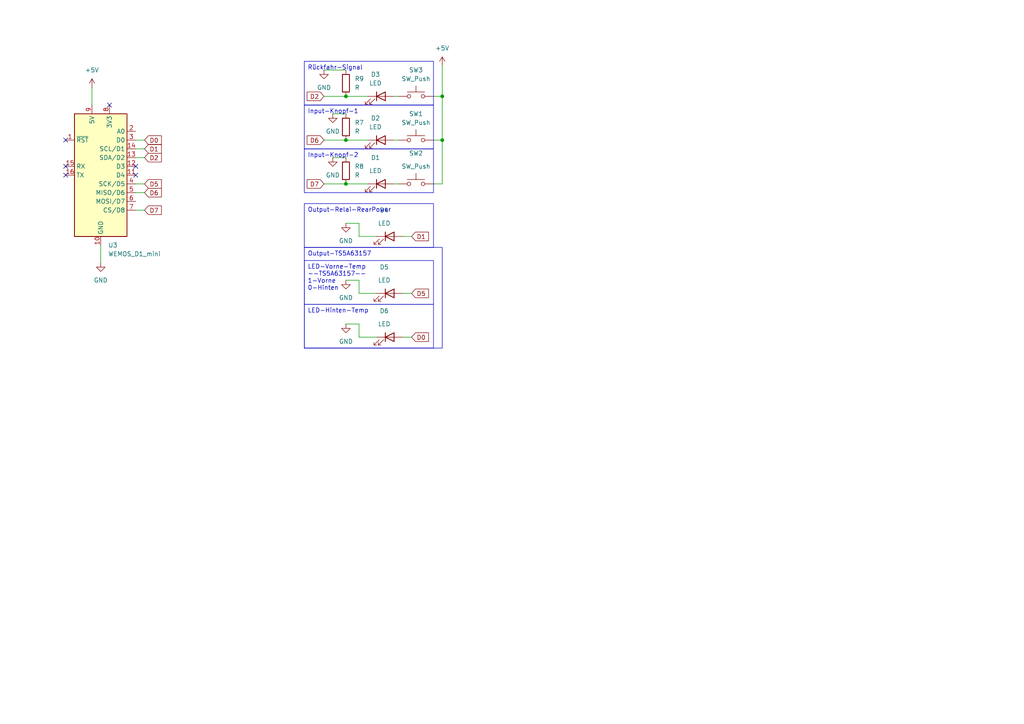
<source format=kicad_sch>
(kicad_sch (version 20250114) (generator "eeschema") (generator_version "9.0")
  (paper "A4")
  (lib_symbols
    (symbol "Device:LED" (pin_numbers (hide yes)) (pin_names (offset 1.016) (hide yes))
      (property "Reference" "D" (at 0 2.54 0))
      (property "Value" "LED" (at 0 -2.54 0))
      (symbol "LED_0_1"
        (polyline (pts (xy -3.048 -0.762) (xy -4.572 -2.286) (xy -3.81 -2.286) (xy -4.572 -2.286) (xy -4.572 -1.524)))
        (polyline (pts (xy -1.778 -0.762) (xy -3.302 -2.286) (xy -2.54 -2.286) (xy -3.302 -2.286) (xy -3.302 -1.524)))
        (polyline (pts (xy -1.27 0) (xy 1.27 0)))
        (polyline (pts (xy -1.27 -1.27) (xy -1.27 1.27)) (stroke (width 0.254)))
        (polyline (pts (xy 1.27 -1.27) (xy 1.27 1.27) (xy -1.27 0) (xy 1.27 -1.27)) (stroke (width 0.254)))
      )
      (symbol "LED_1_1"
        (pin passive line (at -3.81 0 0) (length 2.54) (name "K") (number "1"))
        (pin passive line (at 3.81 0 180) (length 2.54) (name "A") (number "2"))
      )
    )
    (symbol "Device:R" (pin_numbers (hide yes)) (pin_names (offset 0))
      (property "Reference" "R" (at 2.032 0 90))
      (property "Value" "R" (at 0 0 90))
      (symbol "R_0_1"
        (rectangle (start -1.016 -2.54) (end 1.016 2.54) (stroke (width 0.254)))
      )
      (symbol "R_1_1"
        (pin passive line (at 0 3.81 270) (length 1.27) (name "~") (number "1"))
        (pin passive line (at 0 -3.81 90) (length 1.27) (name "~") (number "2"))
      )
    )
    (symbol "RF_Module:WEMOS_D1_mini"
      (property "Reference" "U" (at 3.81 19.05 0))
      (property "Value" "WEMOS_D1_mini" (at 1.27 -19.05 0))
      (symbol "WEMOS_D1_mini_1_1"
        (rectangle (start -7.62 17.78) (end 7.62 -17.78) (stroke (width 0.254)) (fill (type background)))
        (pin input line (at -10.16 10.16 0) (length 2.54) (name "~{RST}") (number "1"))
        (pin input line (at -10.16 2.54 0) (length 2.54) (name "RX") (number "15"))
        (pin output line (at -10.16 0 0) (length 2.54) (name "TX") (number "16"))
        (pin power_in line (at -2.54 20.32 270) (length 2.54) (name "5V") (number "9"))
        (pin power_in line (at 0 -20.32 90) (length 2.54) (name "GND") (number "10"))
        (pin power_out line (at 2.54 20.32 270) (length 2.54) (name "3V3") (number "8"))
        (pin input line (at 10.16 12.7 180) (length 2.54) (name "A0") (number "2"))
        (pin bidirectional line (at 10.16 10.16 180) (length 2.54) (name "D0") (number "3"))
        (pin bidirectional line (at 10.16 7.62 180) (length 2.54) (name "SCL/D1") (number "14"))
        (pin bidirectional line (at 10.16 5.08 180) (length 2.54) (name "SDA/D2") (number "13"))
        (pin bidirectional line (at 10.16 2.54 180) (length 2.54) (name "D3") (number "12"))
        (pin bidirectional line (at 10.16 0 180) (length 2.54) (name "D4") (number "11"))
        (pin bidirectional line (at 10.16 -2.54 180) (length 2.54) (name "SCK/D5") (number "4"))
        (pin bidirectional line (at 10.16 -5.08 180) (length 2.54) (name "MISO/D6") (number "5"))
        (pin bidirectional line (at 10.16 -7.62 180) (length 2.54) (name "MOSI/D7") (number "6"))
        (pin bidirectional line (at 10.16 -10.16 180) (length 2.54) (name "CS/D8") (number "7"))
      )
    )
    (symbol "Switch:SW_Push" (pin_numbers (hide yes)) (pin_names (offset 1.016) (hide yes))
      (property "Reference" "SW" (at 1.27 2.54 0))
      (property "Value" "SW_Push" (at 0 -1.524 0))
      (symbol "SW_Push_0_1"
        (circle (center -2.032 0) (radius 0.508))
        (polyline (pts (xy 0 1.27) (xy 0 3.048)))
        (circle (center 2.032 0) (radius 0.508))
        (polyline (pts (xy 2.54 1.27) (xy -2.54 1.27)))
        (pin passive line (at -5.08 0 0) (length 2.54) (name "1") (number "1"))
        (pin passive line (at 5.08 0 180) (length 2.54) (name "2") (number "2"))
      )
    )
    (symbol "power:+5V" (power) (pin_numbers (hide yes)) (pin_names (offset 0) (hide yes))
      (property "Value" "+5V" (at 0 3.556 0))
      (symbol "+5V_0_1"
        (polyline (pts (xy -0.762 1.27) (xy 0 2.54)))
        (polyline (pts (xy 0 2.54) (xy 0.762 1.27)))
        (polyline (pts (xy 0 0) (xy 0 2.54)))
      )
      (symbol "+5V_1_1"
        (pin power_in line (at 0 0 90) (length 0) (name "~") (number "1"))
      )
    )
    (symbol "power:GND" (power) (pin_numbers (hide yes)) (pin_names (offset 0) (hide yes))
      (property "Value" "GND" (at 0 -3.81 0))
      (symbol "GND_0_1"
        (polyline (pts (xy 0 0) (xy 0 -1.27) (xy 1.27 -1.27) (xy 0 -2.54) (xy -1.27 -1.27) (xy 0 -1.27)))
      )
      (symbol "GND_1_1"
        (pin power_in line (at 0 0 270) (length 0) (name "~") (number "1"))
      )
    )
  )
  (text_box "Output-Relai-RearPower" (at 88.265 59.055 0) (size 37.465 12.7) (margins 0.9525 0.9525 0.9525 0.9525) (effects (font (size 1.27 1.27)) (justify left top)))
  (text_box "Input-Knopf-2" (at 88.265 43.18 0) (size 37.465 12.7) (margins 0.9525 0.9525 0.9525 0.9525) (effects (font (size 1.27 1.27)) (justify left top)))
  (text_box "LED-Vorne-Temp\n--TS5A63157--\n1-Vorne\n0-Hinten" (at 88.265 75.565 0) (size 37.465 12.7) (margins 0.9525 0.9525 0.9525 0.9525) (effects (font (size 1.27 1.27)) (justify left top)))
  (text_box "Input-Knopf-1" (at 88.265 30.48 0) (size 37.465 12.7) (margins 0.9525 0.9525 0.9525 0.9525) (effects (font (size 1.27 1.27)) (justify left top)))
  (text_box "LED-Hinten-Temp" (at 88.265 88.265 0) (size 37.465 12.7) (margins 0.9525 0.9525 0.9525 0.9525) (effects (font (size 1.27 1.27)) (justify left top)))
  (text_box "Output-TS5A63157" (at 88.265 71.755 0) (size 40.005 29.21) (margins 0.9525 0.9525 0.9525 0.9525) (effects (font (size 1.27 1.27)) (justify left top)))
  (text_box "Rückfahr-Signal" (at 88.265 17.78 0) (size 37.465 12.7) (margins 0.9525 0.9525 0.9525 0.9525) (effects (font (size 1.27 1.27)) (justify left top)))
  (junction (at 100.33 53.34))
  (junction (at 100.33 27.94))
  (junction (at 128.27 40.64))
  (junction (at 100.33 40.64))
  (junction (at 128.27 27.94))
  (no_connect (at 19.05 40.64))
  (no_connect (at 31.75 30.48))
  (no_connect (at 19.05 48.26))
  (no_connect (at 39.37 50.8))
  (no_connect (at 39.37 48.26))
  (no_connect (at 19.05 50.8))
  (wire (pts (xy 104.14 97.79) (xy 109.22 97.79)))
  (wire (pts (xy 114.3 40.64) (xy 115.57 40.64)))
  (wire (pts (xy 128.27 27.94) (xy 125.73 27.94)))
  (wire (pts (xy 100.33 93.98) (xy 104.14 93.98)))
  (wire (pts (xy 100.33 33.02) (xy 96.52 33.02)))
  (wire (pts (xy 100.33 64.77) (xy 104.14 64.77)))
  (wire (pts (xy 93.98 53.34) (xy 100.33 53.34)))
  (wire (pts (xy 41.91 60.96) (xy 39.37 60.96)))
  (wire (pts (xy 29.21 71.12) (xy 29.21 76.2)))
  (wire (pts (xy 116.84 97.79) (xy 119.38 97.79)))
  (wire (pts (xy 100.33 27.94) (xy 106.68 27.94)))
  (wire (pts (xy 116.84 85.09) (xy 119.38 85.09)))
  (wire (pts (xy 100.33 40.64) (xy 106.68 40.64)))
  (wire (pts (xy 39.37 53.34) (xy 41.91 53.34)))
  (wire (pts (xy 114.3 53.34) (xy 115.57 53.34)))
  (wire (pts (xy 41.91 55.88) (xy 39.37 55.88)))
  (wire (pts (xy 104.14 85.09) (xy 109.22 85.09)))
  (wire (pts (xy 100.33 52.07) (xy 100.33 53.34)))
  (wire (pts (xy 100.33 81.28) (xy 104.14 81.28)))
  (wire (pts (xy 41.91 45.72) (xy 39.37 45.72)))
  (wire (pts (xy 116.84 68.58) (xy 119.38 68.58)))
  (wire (pts (xy 93.98 40.64) (xy 100.33 40.64)))
  (wire (pts (xy 93.98 20.32) (xy 100.33 20.32)))
  (wire (pts (xy 104.14 93.98) (xy 104.14 97.79)))
  (wire (pts (xy 128.27 40.64) (xy 128.27 53.34)))
  (wire (pts (xy 104.14 68.58) (xy 109.22 68.58)))
  (wire (pts (xy 96.52 45.72) (xy 100.33 45.72)))
  (wire (pts (xy 128.27 53.34) (xy 125.73 53.34)))
  (wire (pts (xy 128.27 19.05) (xy 128.27 27.94)))
  (wire (pts (xy 100.33 53.34) (xy 106.68 53.34)))
  (wire (pts (xy 128.27 40.64) (xy 125.73 40.64)))
  (wire (pts (xy 104.14 64.77) (xy 104.14 68.58)))
  (wire (pts (xy 26.67 25.4) (xy 26.67 30.48)))
  (wire (pts (xy 93.98 27.94) (xy 100.33 27.94)))
  (wire (pts (xy 128.27 27.94) (xy 128.27 40.64)))
  (wire (pts (xy 39.37 40.64) (xy 41.91 40.64)))
  (wire (pts (xy 39.37 43.18) (xy 41.91 43.18)))
  (wire (pts (xy 104.14 81.28) (xy 104.14 85.09)))
  (wire (pts (xy 114.3 27.94) (xy 115.57 27.94)))
  (global_label "D1" (shape input) (at 41.91 43.18 0) (property "Intersheetrefs" "${INTERSHEET_REFS}" (effects (hide yes))))
  (global_label "D0" (shape input) (at 119.38 97.79 0) (property "Intersheetrefs" "${INTERSHEET_REFS}" (effects (hide yes))))
  (global_label "D2" (shape input) (at 93.98 27.94 180) (property "Intersheetrefs" "${INTERSHEET_REFS}" (effects (hide yes))))
  (global_label "D2" (shape input) (at 41.91 45.72 0) (property "Intersheetrefs" "${INTERSHEET_REFS}" (effects (hide yes))))
  (global_label "D0" (shape input) (at 41.91 40.64 0) (property "Intersheetrefs" "${INTERSHEET_REFS}" (effects (hide yes))))
  (global_label "D5" (shape input) (at 41.91 53.34 0) (property "Intersheetrefs" "${INTERSHEET_REFS}" (effects (hide yes))))
  (global_label "D6" (shape input) (at 93.98 40.64 180) (property "Intersheetrefs" "${INTERSHEET_REFS}" (effects (hide yes))))
  (global_label "D6" (shape input) (at 41.91 55.88 0) (property "Intersheetrefs" "${INTERSHEET_REFS}" (effects (hide yes))))
  (global_label "D1" (shape input) (at 119.38 68.58 0) (property "Intersheetrefs" "${INTERSHEET_REFS}" (effects (hide yes))))
  (global_label "D5" (shape input) (at 119.38 85.09 0) (property "Intersheetrefs" "${INTERSHEET_REFS}" (effects (hide yes))))
  (global_label "D7" (shape input) (at 41.91 60.96 0) (property "Intersheetrefs" "${INTERSHEET_REFS}" (effects (hide yes))))
  (global_label "D7" (shape input) (at 93.98 53.34 180) (property "Intersheetrefs" "${INTERSHEET_REFS}" (effects (hide yes))))
  (symbol (lib_id "Device:LED") (at 113.03 85.09 0) (unit 1)
    (property "Reference" "D5" (at 111.4425 77.47 0))
    (property "Value" "LED" (at 111.4425 81.28 0))
    (property "Description" "Light emitting diode" (effects (hide yes)))
    (property "Sim.Pins" "1=K 2=A" (effects (hide yes)))
  )
  (symbol (lib_id "power:GND") (at 100.33 81.28 0) (unit 1)
    (property "Reference" "#PWR013" (effects (hide yes)))
    (property "Value" "GND" (at 100.33 86.36 0))
    (property "Description" "Power symbol creates a global label with name \"GND\" , ground" (effects (hide yes)))
  )
  (symbol (lib_id "Device:R") (at 100.33 24.13 180) (unit 1)
    (property "Reference" "R9" (at 102.87 22.8599 0) (effects (justify right)))
    (property "Value" "R" (at 102.87 25.3999 0) (effects (justify right)))
    (property "Description" "Resistor" (effects (hide yes)))
  )
  (symbol (lib_id "Device:LED") (at 110.49 40.64 0) (unit 1)
    (property "Reference" "D2" (at 108.9025 34.29 0))
    (property "Value" "LED" (at 108.9025 36.83 0))
    (property "Description" "Light emitting diode" (effects (hide yes)))
    (property "Sim.Pins" "1=K 2=A" (effects (hide yes)))
  )
  (symbol (lib_id "power:GND") (at 96.52 33.02 0) (unit 1)
    (property "Reference" "#PWR010" (effects (hide yes)))
    (property "Value" "GND" (at 96.52 38.1 0))
    (property "Description" "Power symbol creates a global label with name \"GND\" , ground" (effects (hide yes)))
  )
  (symbol (lib_id "Device:LED") (at 113.03 68.58 0) (unit 1)
    (property "Reference" "D4" (at 111.4425 60.96 0))
    (property "Value" "LED" (at 111.4425 64.77 0))
    (property "Description" "Light emitting diode" (effects (hide yes)))
    (property "Sim.Pins" "1=K 2=A" (effects (hide yes)))
  )
  (symbol (lib_id "power:GND") (at 29.21 76.2 0) (unit 1)
    (property "Reference" "#PWR015" (effects (hide yes)))
    (property "Value" "GND" (at 29.21 81.28 0))
    (property "Description" "Power symbol creates a global label with name \"GND\" , ground" (effects (hide yes)))
  )
  (symbol (lib_id "Device:LED") (at 110.49 53.34 0) (unit 1)
    (property "Reference" "D1" (at 108.9025 45.72 0))
    (property "Value" "LED" (at 108.9025 49.53 0))
    (property "Description" "Light emitting diode" (effects (hide yes)))
    (property "Sim.Pins" "1=K 2=A" (effects (hide yes)))
  )
  (symbol (lib_id "power:GND") (at 96.52 45.72 0) (unit 1)
    (property "Reference" "#PWR011" (effects (hide yes)))
    (property "Value" "GND" (at 96.52 50.8 0))
    (property "Description" "Power symbol creates a global label with name \"GND\" , ground" (effects (hide yes)))
  )
  (symbol (lib_id "power:GND") (at 100.33 93.98 0) (unit 1)
    (property "Reference" "#PWR014" (effects (hide yes)))
    (property "Value" "GND" (at 100.33 99.06 0))
    (property "Description" "Power symbol creates a global label with name \"GND\" , ground" (effects (hide yes)))
  )
  (symbol (lib_id "power:GND") (at 93.98 20.32 0) (unit 1)
    (property "Reference" "#PWR09" (effects (hide yes)))
    (property "Value" "GND" (at 93.98 25.4 0))
    (property "Description" "Power symbol creates a global label with name \"GND\" , ground" (effects (hide yes)))
  )
  (symbol (lib_id "Switch:SW_Push") (at 120.65 53.34 0) (unit 1)
    (property "Reference" "SW2" (at 120.65 44.45 0))
    (property "Value" "SW_Push" (at 120.65 48.26 0))
    (property "Description" "Push button switch, generic, two pins" (effects (hide yes)))
  )
  (symbol (lib_id "Device:R") (at 100.33 49.53 180) (unit 1)
    (property "Reference" "R8" (at 102.87 48.2599 0) (effects (justify right)))
    (property "Value" "R" (at 102.87 50.7999 0) (effects (justify right)))
    (property "Description" "Resistor" (effects (hide yes)))
  )
  (symbol (lib_id "Device:LED") (at 113.03 97.79 0) (unit 1)
    (property "Reference" "D6" (at 111.4425 90.17 0))
    (property "Value" "LED" (at 111.4425 93.98 0))
    (property "Description" "Light emitting diode" (effects (hide yes)))
    (property "Sim.Pins" "1=K 2=A" (effects (hide yes)))
  )
  (symbol (lib_id "RF_Module:WEMOS_D1_mini") (at 29.21 50.8 0) (unit 1)
    (property "Reference" "U3" (at 31.3533 71.12 0) (effects (justify left)))
    (property "Value" "WEMOS_D1_mini" (at 31.3533 73.66 0) (effects (justify left)))
    (property "Footprint" "NightMeer:WEMOS_D1_mini_light" (effects (hide yes)))
    (property "Datasheet" "https://wiki.wemos.cc/products:d1:d1_mini#documentation" (effects (hide yes)))
    (property "Description" "32-bit microcontroller module with WiFi" (effects (hide yes)))
  )
  (symbol (lib_id "power:GND") (at 100.33 64.77 0) (unit 1)
    (property "Reference" "#PWR012" (effects (hide yes)))
    (property "Value" "GND" (at 100.33 69.85 0))
    (property "Description" "Power symbol creates a global label with name \"GND\" , ground" (effects (hide yes)))
  )
  (symbol (lib_id "Switch:SW_Push") (at 120.65 40.64 0) (unit 1)
    (property "Reference" "SW1" (at 120.65 33.02 0))
    (property "Value" "SW_Push" (at 120.65 35.56 0))
    (property "Description" "Push button switch, generic, two pins" (effects (hide yes)))
  )
  (symbol (lib_id "Device:R") (at 100.33 36.83 180) (unit 1)
    (property "Reference" "R7" (at 102.87 35.5599 0) (effects (justify right)))
    (property "Value" "R" (at 102.87 38.0999 0) (effects (justify right)))
    (property "Description" "Resistor" (effects (hide yes)))
  )
  (symbol (lib_id "Switch:SW_Push") (at 120.65 27.94 0) (unit 1)
    (property "Reference" "SW3" (at 120.65 20.32 0))
    (property "Value" "SW_Push" (at 120.65 22.86 0))
    (property "Description" "Push button switch, generic, two pins" (effects (hide yes)))
  )
  (symbol (lib_id "Device:LED") (at 110.49 27.94 0) (unit 1)
    (property "Reference" "D3" (at 108.9025 21.59 0))
    (property "Value" "LED" (at 108.9025 24.13 0))
    (property "Description" "Light emitting diode" (effects (hide yes)))
    (property "Sim.Pins" "1=K 2=A" (effects (hide yes)))
  )
  (symbol (lib_id "power:+5V") (at 128.27 19.05 0) (unit 1)
    (property "Reference" "#PWR07" (effects (hide yes)))
    (property "Value" "+5V" (at 128.27 13.97 0))
    (property "Description" "Power symbol creates a global label with name \"+5V\"" (effects (hide yes)))
  )
  (symbol (lib_id "power:+5V") (at 26.67 25.4 0) (unit 1)
    (property "Reference" "#PWR08" (effects (hide yes)))
    (property "Value" "+5V" (at 26.67 20.32 0))
    (property "Description" "Power symbol creates a global label with name \"+5V\"" (effects (hide yes)))
  )
)
</source>
